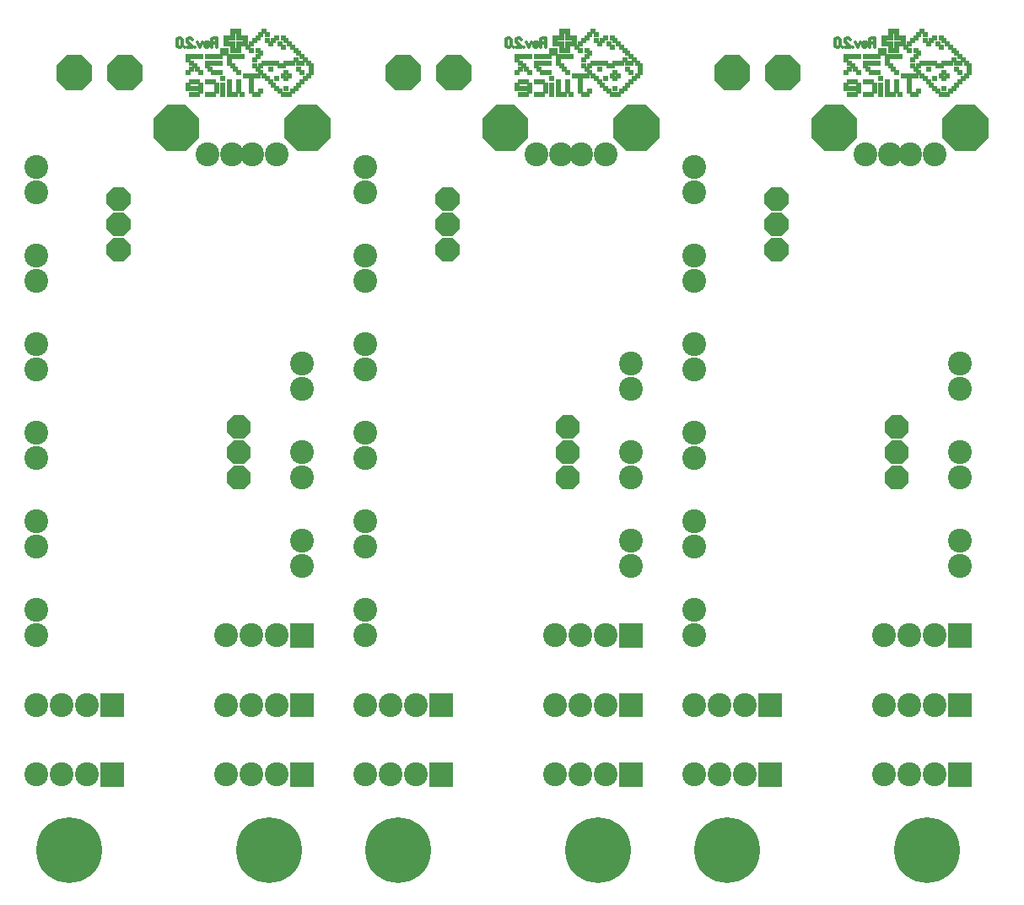
<source format=gbr>
%FSLAX34Y34*%
%MOMM*%
%LNSOLDERMASK_BOTTOM*%
G71*
G01*
%ADD10C, 2.40*%
%ADD11R, 0.47X0.47*%
%ADD12C, 0.31*%
%ADD13C, 6.60*%
%LPD*%
G36*
X145000Y932330D02*
X134470Y921800D01*
X119530Y921800D01*
X109000Y932330D01*
X109000Y947270D01*
X119530Y957800D01*
X134470Y957800D01*
X145000Y947270D01*
X145000Y932330D01*
G37*
G36*
X94200Y932330D02*
X83670Y921800D01*
X68730Y921800D01*
X58200Y932330D01*
X58200Y947270D01*
X68730Y957800D01*
X83670Y957800D01*
X94200Y947270D01*
X94200Y932330D01*
G37*
X38100Y819150D02*
G54D10*
D03*
X38100Y844550D02*
G54D10*
D03*
X38100Y730250D02*
G54D10*
D03*
X38100Y755650D02*
G54D10*
D03*
G36*
X58200Y947270D02*
X68730Y957800D01*
X83670Y957800D01*
X94200Y947270D01*
X94200Y932330D01*
X83670Y921800D01*
X68730Y921800D01*
X58200Y932330D01*
X58200Y947270D01*
G37*
X38100Y844550D02*
G54D10*
D03*
X38100Y755650D02*
G54D10*
D03*
X209550Y857250D02*
G54D10*
D03*
G36*
X125630Y824800D02*
X132650Y817780D01*
X132650Y807820D01*
X125630Y800800D01*
X115670Y800800D01*
X108650Y807820D01*
X108650Y817780D01*
X115670Y824800D01*
X125630Y824800D01*
G37*
G36*
X125630Y799400D02*
X132650Y792380D01*
X132650Y782420D01*
X125630Y775400D01*
X115670Y775400D01*
X108650Y782420D01*
X108650Y792380D01*
X115670Y799400D01*
X125630Y799400D01*
G37*
G36*
X125630Y774000D02*
X132650Y766980D01*
X132650Y757020D01*
X125630Y750000D01*
X115670Y750000D01*
X108650Y757020D01*
X108650Y766980D01*
X115670Y774000D01*
X125630Y774000D01*
G37*
G36*
X125630Y799400D02*
X132650Y792380D01*
X132650Y782420D01*
X125630Y775400D01*
X115670Y775400D01*
X108650Y782420D01*
X108650Y792380D01*
X115670Y799400D01*
X125630Y799400D01*
G37*
X279400Y857250D02*
G54D10*
D03*
X254397Y857250D02*
G54D10*
D03*
X234553Y857250D02*
G54D10*
D03*
X209550Y857250D02*
G54D10*
D03*
G36*
X333158Y874692D02*
X319703Y861237D01*
X300613Y861237D01*
X287158Y874692D01*
X287158Y893782D01*
X300613Y907237D01*
X319703Y907237D01*
X333158Y893782D01*
X333158Y874692D01*
G37*
G36*
X201594Y874692D02*
X188139Y861237D01*
X169049Y861237D01*
X155594Y874692D01*
X155594Y893782D01*
X169049Y907237D01*
X188139Y907237D01*
X201594Y893782D01*
X201594Y874692D01*
G37*
X314325Y939800D02*
G54D11*
D03*
X311150Y936625D02*
G54D11*
D03*
X307975Y933450D02*
G54D11*
D03*
X304800Y930275D02*
G54D11*
D03*
X314325Y946150D02*
G54D11*
D03*
X311150Y949325D02*
G54D11*
D03*
X307975Y952500D02*
G54D11*
D03*
X304800Y955675D02*
G54D11*
D03*
X301625Y958850D02*
G54D11*
D03*
X301625Y927100D02*
G54D11*
D03*
X298450Y923925D02*
G54D11*
D03*
X295275Y920750D02*
G54D11*
D03*
X292100Y917575D02*
G54D11*
D03*
X285750Y917575D02*
G54D11*
D03*
X282575Y920750D02*
G54D11*
D03*
X279400Y923925D02*
G54D11*
D03*
X276225Y927100D02*
G54D11*
D03*
X273050Y930275D02*
G54D11*
D03*
X269875Y933450D02*
G54D11*
D03*
X266700Y936625D02*
G54D11*
D03*
X263525Y939800D02*
G54D11*
D03*
X260350Y942975D02*
G54D11*
D03*
X298450Y962025D02*
G54D11*
D03*
X295275Y965200D02*
G54D11*
D03*
X292100Y968375D02*
G54D11*
D03*
X288925Y971550D02*
G54D11*
D03*
X273050Y968375D02*
G54D11*
D03*
X263525Y958850D02*
G54D11*
D03*
X260350Y962025D02*
G54D11*
D03*
X269875Y971550D02*
G54D11*
D03*
X269875Y977900D02*
G54D11*
D03*
X266700Y981075D02*
G54D11*
D03*
X263525Y977900D02*
G54D11*
D03*
X260350Y974725D02*
G54D11*
D03*
X257175Y971550D02*
G54D11*
D03*
X254000Y968375D02*
G54D11*
D03*
X250825Y965200D02*
G54D11*
D03*
X254000Y962025D02*
G54D11*
D03*
X304800Y949325D02*
G54D11*
D03*
X301625Y949325D02*
G54D11*
D03*
X298450Y952500D02*
G54D11*
D03*
X295275Y949325D02*
G54D11*
D03*
X292100Y949325D02*
G54D11*
D03*
X288925Y949325D02*
G54D11*
D03*
X285750Y946150D02*
G54D11*
D03*
X282575Y946150D02*
G54D11*
D03*
X279400Y949325D02*
G54D11*
D03*
X276225Y949325D02*
G54D11*
D03*
X273050Y949325D02*
G54D11*
D03*
X269875Y949325D02*
G54D11*
D03*
X266700Y949325D02*
G54D11*
D03*
X263525Y946150D02*
G54D11*
D03*
X247650Y974725D02*
G54D11*
D03*
X247650Y971550D02*
G54D11*
D03*
X247650Y968375D02*
G54D11*
D03*
X244475Y968375D02*
G54D11*
D03*
X244475Y974725D02*
G54D11*
D03*
X241300Y974725D02*
G54D11*
D03*
X241300Y977900D02*
G54D11*
D03*
X241300Y981075D02*
G54D11*
D03*
X238125Y981075D02*
G54D11*
D03*
X234950Y981075D02*
G54D11*
D03*
X234950Y977900D02*
G54D11*
D03*
X234950Y974725D02*
G54D11*
D03*
X231775Y974725D02*
G54D11*
D03*
X228600Y974725D02*
G54D11*
D03*
X228600Y971550D02*
G54D11*
D03*
X228600Y968375D02*
G54D11*
D03*
X231775Y968375D02*
G54D11*
D03*
X234950Y968375D02*
G54D11*
D03*
X241300Y968375D02*
G54D11*
D03*
X241300Y965200D02*
G54D11*
D03*
X241300Y962025D02*
G54D11*
D03*
X238125Y962025D02*
G54D11*
D03*
X234950Y962025D02*
G54D11*
D03*
X234950Y965200D02*
G54D11*
D03*
X285750Y974725D02*
G54D11*
D03*
X279400Y974725D02*
G54D11*
D03*
X276225Y971550D02*
G54D11*
D03*
X260350Y955675D02*
G54D11*
D03*
X257175Y952500D02*
G54D11*
D03*
X257175Y946150D02*
G54D11*
D03*
X260350Y936625D02*
G54D11*
D03*
X257175Y936625D02*
G54D11*
D03*
X254000Y936625D02*
G54D11*
D03*
X250825Y936625D02*
G54D11*
D03*
X247650Y936625D02*
G54D11*
D03*
X254000Y933450D02*
G54D11*
D03*
X254000Y930275D02*
G54D11*
D03*
X254000Y927100D02*
G54D11*
D03*
X254000Y923925D02*
G54D11*
D03*
X254000Y920750D02*
G54D11*
D03*
X257175Y917575D02*
G54D11*
D03*
X260350Y917575D02*
G54D11*
D03*
X263525Y920750D02*
G54D11*
D03*
X244475Y917575D02*
G54D11*
D03*
X241300Y920750D02*
G54D11*
D03*
X241300Y923925D02*
G54D11*
D03*
X241300Y927100D02*
G54D11*
D03*
X241300Y930275D02*
G54D11*
D03*
X238125Y917575D02*
G54D11*
D03*
X234950Y917575D02*
G54D11*
D03*
X231775Y917575D02*
G54D11*
D03*
X231775Y920750D02*
G54D11*
D03*
X231775Y923925D02*
G54D11*
D03*
X231775Y927100D02*
G54D11*
D03*
X231775Y930275D02*
G54D11*
D03*
X225425Y933450D02*
G54D11*
D03*
X225425Y927100D02*
G54D11*
D03*
X225425Y923925D02*
G54D11*
D03*
X225425Y920750D02*
G54D11*
D03*
X225425Y917575D02*
G54D11*
D03*
X219075Y920750D02*
G54D11*
D03*
X219075Y923925D02*
G54D11*
D03*
X219075Y927100D02*
G54D11*
D03*
X215900Y930275D02*
G54D11*
D03*
X212725Y930275D02*
G54D11*
D03*
X215900Y917575D02*
G54D11*
D03*
X212725Y917575D02*
G54D11*
D03*
X209550Y917575D02*
G54D11*
D03*
X209550Y930275D02*
G54D11*
D03*
X203200Y920750D02*
G54D11*
D03*
X203200Y923925D02*
G54D11*
D03*
X203200Y927100D02*
G54D11*
D03*
X200025Y930275D02*
G54D11*
D03*
X196850Y930275D02*
G54D11*
D03*
X193675Y930275D02*
G54D11*
D03*
X200025Y917575D02*
G54D11*
D03*
X196850Y917575D02*
G54D11*
D03*
X193675Y917575D02*
G54D11*
D03*
X190500Y927100D02*
G54D11*
D03*
X190500Y923925D02*
G54D11*
D03*
X193675Y923925D02*
G54D11*
D03*
X196850Y923925D02*
G54D11*
D03*
X200025Y923925D02*
G54D11*
D03*
X292100Y936625D02*
G54D11*
D03*
X288925Y933450D02*
G54D11*
D03*
X285750Y936625D02*
G54D11*
D03*
X288925Y939800D02*
G54D11*
D03*
X279400Y933450D02*
G54D11*
D03*
X301625Y942975D02*
G54D11*
D03*
X273050Y942975D02*
G54D11*
D03*
X288925Y923925D02*
G54D11*
D03*
X304800Y939800D02*
G54D11*
D03*
X244475Y955675D02*
G54D11*
D03*
X241300Y955675D02*
G54D11*
D03*
X238125Y955675D02*
G54D11*
D03*
X234950Y955675D02*
G54D11*
D03*
X231775Y955675D02*
G54D11*
D03*
X231775Y952500D02*
G54D11*
D03*
X231775Y949325D02*
G54D11*
D03*
X234950Y946150D02*
G54D11*
D03*
X238125Y942975D02*
G54D11*
D03*
X241300Y939800D02*
G54D11*
D03*
X228600Y962025D02*
G54D11*
D03*
X228600Y958850D02*
G54D11*
D03*
X225425Y958850D02*
G54D11*
D03*
X225425Y962025D02*
G54D11*
D03*
X222250Y955675D02*
G54D11*
D03*
X219075Y955675D02*
G54D11*
D03*
X215900Y955675D02*
G54D11*
D03*
X212725Y955675D02*
G54D11*
D03*
X209550Y955675D02*
G54D11*
D03*
X222250Y949325D02*
G54D11*
D03*
X219075Y949325D02*
G54D11*
D03*
X215900Y949325D02*
G54D11*
D03*
X212725Y949325D02*
G54D11*
D03*
X209550Y949325D02*
G54D11*
D03*
X209550Y946150D02*
G54D11*
D03*
X212725Y942975D02*
G54D11*
D03*
X215900Y939800D02*
G54D11*
D03*
X222250Y939800D02*
G54D11*
D03*
X219075Y939800D02*
G54D11*
D03*
X203200Y955675D02*
G54D11*
D03*
X200025Y955675D02*
G54D11*
D03*
X196850Y955675D02*
G54D11*
D03*
X193675Y955675D02*
G54D11*
D03*
X190500Y955675D02*
G54D11*
D03*
X190500Y952500D02*
G54D11*
D03*
X193675Y949325D02*
G54D11*
D03*
X196850Y946150D02*
G54D11*
D03*
X200025Y942975D02*
G54D11*
D03*
X203200Y939800D02*
G54D11*
D03*
X193675Y942975D02*
G54D11*
D03*
X190500Y939800D02*
G54D11*
D03*
X282575Y968375D02*
G54D11*
D03*
X285750Y965200D02*
G54D11*
D03*
G54D12*
X216408Y969644D02*
X214408Y968533D01*
X213742Y967422D01*
X213742Y965200D01*
G54D12*
X219075Y965200D02*
X219075Y974089D01*
X215742Y974089D01*
X214408Y973533D01*
X213742Y972422D01*
X213742Y971311D01*
X214408Y970200D01*
X215742Y969644D01*
X219075Y969644D01*
G54D12*
X207298Y965756D02*
X208365Y965200D01*
X209698Y965200D01*
X211031Y965756D01*
X211298Y966867D01*
X211298Y968756D01*
X210631Y969867D01*
X209298Y970200D01*
X207965Y969867D01*
X207298Y969089D01*
X207298Y967978D01*
X211298Y967978D01*
G54D12*
X204854Y970200D02*
X202187Y965200D01*
X199521Y970200D01*
G54D12*
X197077Y965200D02*
X197077Y965200D01*
G54D12*
X189300Y965200D02*
X194633Y965200D01*
X194633Y965756D01*
X193966Y966867D01*
X189966Y970200D01*
X189300Y971311D01*
X189300Y972422D01*
X189966Y973533D01*
X191300Y974089D01*
X192633Y974089D01*
X193966Y973533D01*
X194633Y972422D01*
G54D12*
X186856Y965200D02*
X186856Y965200D01*
G54D12*
X179079Y972422D02*
X179079Y966867D01*
X179745Y965756D01*
X181079Y965200D01*
X182412Y965200D01*
X183745Y965756D01*
X184412Y966867D01*
X184412Y972422D01*
X183745Y973533D01*
X182412Y974089D01*
X181079Y974089D01*
X179745Y973533D01*
X179079Y972422D01*
X228600Y374650D02*
G54D10*
D03*
X254000Y374650D02*
G54D10*
D03*
X279400Y374650D02*
G54D10*
D03*
X304800Y374650D02*
G54D10*
D03*
X228600Y304800D02*
G54D10*
D03*
X254000Y304800D02*
G54D10*
D03*
X279400Y304800D02*
G54D10*
D03*
X304800Y304800D02*
G54D10*
D03*
X38100Y304800D02*
G54D10*
D03*
X63500Y304800D02*
G54D10*
D03*
X88900Y304800D02*
G54D10*
D03*
X114300Y304800D02*
G54D10*
D03*
X38100Y234950D02*
G54D10*
D03*
X63500Y234950D02*
G54D10*
D03*
X88900Y234950D02*
G54D10*
D03*
X114300Y234950D02*
G54D10*
D03*
X228600Y234950D02*
G54D10*
D03*
X254000Y234950D02*
G54D10*
D03*
X279400Y234950D02*
G54D10*
D03*
X304800Y234950D02*
G54D10*
D03*
X38100Y641350D02*
G54D10*
D03*
X38100Y666750D02*
G54D10*
D03*
X38100Y666750D02*
G54D10*
D03*
X288925Y917575D02*
G54D11*
D03*
X314325Y942975D02*
G54D11*
D03*
G36*
X292800Y246950D02*
X316800Y246950D01*
X316800Y222950D01*
X292800Y222950D01*
X292800Y246950D01*
G37*
G36*
X102300Y316800D02*
X126300Y316800D01*
X126300Y292800D01*
X102300Y292800D01*
X102300Y316800D01*
G37*
G36*
X102300Y246950D02*
X126300Y246950D01*
X126300Y222950D01*
X102300Y222950D01*
X102300Y246950D01*
G37*
G36*
X292800Y316800D02*
X316800Y316800D01*
X316800Y292800D01*
X292800Y292800D01*
X292800Y316800D01*
G37*
G36*
X292800Y386650D02*
X316800Y386650D01*
X316800Y362650D01*
X292800Y362650D01*
X292800Y386650D01*
G37*
G36*
X236320Y521400D02*
X229300Y528420D01*
X229300Y538380D01*
X236320Y545400D01*
X246280Y545400D01*
X253300Y538380D01*
X253300Y528420D01*
X246280Y521400D01*
X236320Y521400D01*
G37*
G36*
X236320Y546800D02*
X229300Y553820D01*
X229300Y563780D01*
X236320Y570800D01*
X246280Y570800D01*
X253300Y563780D01*
X253300Y553820D01*
X246280Y546800D01*
X236320Y546800D01*
G37*
G36*
X236320Y572200D02*
X229300Y579220D01*
X229300Y589180D01*
X236320Y596200D01*
X246280Y596200D01*
X253300Y589180D01*
X253300Y579220D01*
X246280Y572200D01*
X236320Y572200D01*
G37*
G36*
X236320Y546800D02*
X229300Y553820D01*
X229300Y563780D01*
X236320Y570800D01*
X246280Y570800D01*
X253300Y563780D01*
X253300Y553820D01*
X246280Y546800D01*
X236320Y546800D01*
G37*
X304800Y647700D02*
G54D10*
D03*
X304800Y622300D02*
G54D10*
D03*
X304800Y558800D02*
G54D10*
D03*
X304800Y533400D02*
G54D10*
D03*
X38100Y552450D02*
G54D10*
D03*
X38100Y577850D02*
G54D10*
D03*
X38100Y463550D02*
G54D10*
D03*
X38100Y488950D02*
G54D10*
D03*
X38100Y374650D02*
G54D10*
D03*
X38100Y400050D02*
G54D10*
D03*
X38100Y400050D02*
G54D10*
D03*
X304800Y469900D02*
G54D10*
D03*
X304800Y444500D02*
G54D10*
D03*
X304800Y444500D02*
G54D10*
D03*
X71438Y158750D02*
G54D13*
D03*
X271462Y158750D02*
G54D13*
D03*
G36*
X475200Y932330D02*
X464670Y921800D01*
X449730Y921800D01*
X439200Y932330D01*
X439200Y947270D01*
X449730Y957800D01*
X464670Y957800D01*
X475200Y947270D01*
X475200Y932330D01*
G37*
G36*
X424400Y932330D02*
X413870Y921800D01*
X398930Y921800D01*
X388400Y932330D01*
X388400Y947270D01*
X398930Y957800D01*
X413870Y957800D01*
X424400Y947270D01*
X424400Y932330D01*
G37*
X368300Y819150D02*
G54D10*
D03*
X368300Y844550D02*
G54D10*
D03*
X368300Y730250D02*
G54D10*
D03*
X368300Y755650D02*
G54D10*
D03*
G36*
X388400Y947270D02*
X398930Y957800D01*
X413870Y957800D01*
X424400Y947270D01*
X424400Y932330D01*
X413870Y921800D01*
X398930Y921800D01*
X388400Y932330D01*
X388400Y947270D01*
G37*
X368300Y844550D02*
G54D10*
D03*
X368300Y755650D02*
G54D10*
D03*
X539750Y857250D02*
G54D10*
D03*
G36*
X455830Y824800D02*
X462850Y817780D01*
X462850Y807820D01*
X455830Y800800D01*
X445870Y800800D01*
X438850Y807820D01*
X438850Y817780D01*
X445870Y824800D01*
X455830Y824800D01*
G37*
G36*
X455830Y799400D02*
X462850Y792380D01*
X462850Y782420D01*
X455830Y775400D01*
X445870Y775400D01*
X438850Y782420D01*
X438850Y792380D01*
X445870Y799400D01*
X455830Y799400D01*
G37*
G36*
X455830Y774000D02*
X462850Y766980D01*
X462850Y757020D01*
X455830Y750000D01*
X445870Y750000D01*
X438850Y757020D01*
X438850Y766980D01*
X445870Y774000D01*
X455830Y774000D01*
G37*
G36*
X455830Y799400D02*
X462850Y792380D01*
X462850Y782420D01*
X455830Y775400D01*
X445870Y775400D01*
X438850Y782420D01*
X438850Y792380D01*
X445870Y799400D01*
X455830Y799400D01*
G37*
X609600Y857250D02*
G54D10*
D03*
X584597Y857250D02*
G54D10*
D03*
X564753Y857250D02*
G54D10*
D03*
X539750Y857250D02*
G54D10*
D03*
G36*
X663358Y874692D02*
X649903Y861237D01*
X630813Y861237D01*
X617358Y874692D01*
X617358Y893782D01*
X630813Y907237D01*
X649903Y907237D01*
X663358Y893782D01*
X663358Y874692D01*
G37*
G36*
X531794Y874692D02*
X518339Y861237D01*
X499249Y861237D01*
X485794Y874692D01*
X485794Y893782D01*
X499249Y907237D01*
X518339Y907237D01*
X531794Y893782D01*
X531794Y874692D01*
G37*
X644525Y939800D02*
G54D11*
D03*
X641350Y936625D02*
G54D11*
D03*
X638175Y933450D02*
G54D11*
D03*
X635000Y930275D02*
G54D11*
D03*
X644525Y946150D02*
G54D11*
D03*
X641350Y949325D02*
G54D11*
D03*
X638175Y952500D02*
G54D11*
D03*
X635000Y955675D02*
G54D11*
D03*
X631825Y958850D02*
G54D11*
D03*
X631825Y927100D02*
G54D11*
D03*
X628650Y923925D02*
G54D11*
D03*
X625475Y920750D02*
G54D11*
D03*
X622300Y917575D02*
G54D11*
D03*
X615950Y917575D02*
G54D11*
D03*
X612775Y920750D02*
G54D11*
D03*
X609600Y923925D02*
G54D11*
D03*
X606425Y927100D02*
G54D11*
D03*
X603250Y930275D02*
G54D11*
D03*
X600075Y933450D02*
G54D11*
D03*
X596900Y936625D02*
G54D11*
D03*
X593725Y939800D02*
G54D11*
D03*
X590550Y942975D02*
G54D11*
D03*
X628650Y962025D02*
G54D11*
D03*
X625475Y965200D02*
G54D11*
D03*
X622300Y968375D02*
G54D11*
D03*
X619125Y971550D02*
G54D11*
D03*
X603250Y968375D02*
G54D11*
D03*
X593725Y958850D02*
G54D11*
D03*
X590550Y962025D02*
G54D11*
D03*
X600075Y971550D02*
G54D11*
D03*
X600075Y977900D02*
G54D11*
D03*
X596900Y981075D02*
G54D11*
D03*
X593725Y977900D02*
G54D11*
D03*
X590550Y974725D02*
G54D11*
D03*
X587375Y971550D02*
G54D11*
D03*
X584200Y968375D02*
G54D11*
D03*
X581025Y965200D02*
G54D11*
D03*
X584200Y962025D02*
G54D11*
D03*
X635000Y949325D02*
G54D11*
D03*
X631825Y949325D02*
G54D11*
D03*
X628650Y952500D02*
G54D11*
D03*
X625475Y949325D02*
G54D11*
D03*
X622300Y949325D02*
G54D11*
D03*
X619125Y949325D02*
G54D11*
D03*
X615950Y946150D02*
G54D11*
D03*
X612775Y946150D02*
G54D11*
D03*
X609600Y949325D02*
G54D11*
D03*
X606425Y949325D02*
G54D11*
D03*
X603250Y949325D02*
G54D11*
D03*
X600075Y949325D02*
G54D11*
D03*
X596900Y949325D02*
G54D11*
D03*
X593725Y946150D02*
G54D11*
D03*
X577850Y974725D02*
G54D11*
D03*
X577850Y971550D02*
G54D11*
D03*
X577850Y968375D02*
G54D11*
D03*
X574675Y968375D02*
G54D11*
D03*
X574675Y974725D02*
G54D11*
D03*
X571500Y974725D02*
G54D11*
D03*
X571500Y977900D02*
G54D11*
D03*
X571500Y981075D02*
G54D11*
D03*
X568325Y981075D02*
G54D11*
D03*
X565150Y981075D02*
G54D11*
D03*
X565150Y977900D02*
G54D11*
D03*
X565150Y974725D02*
G54D11*
D03*
X561975Y974725D02*
G54D11*
D03*
X558800Y974725D02*
G54D11*
D03*
X558800Y971550D02*
G54D11*
D03*
X558800Y968375D02*
G54D11*
D03*
X561975Y968375D02*
G54D11*
D03*
X565150Y968375D02*
G54D11*
D03*
X571500Y968375D02*
G54D11*
D03*
X571500Y965200D02*
G54D11*
D03*
X571500Y962025D02*
G54D11*
D03*
X568325Y962025D02*
G54D11*
D03*
X565150Y962025D02*
G54D11*
D03*
X565150Y965200D02*
G54D11*
D03*
X615950Y974725D02*
G54D11*
D03*
X609600Y974725D02*
G54D11*
D03*
X606425Y971550D02*
G54D11*
D03*
X590550Y955675D02*
G54D11*
D03*
X587375Y952500D02*
G54D11*
D03*
X587375Y946150D02*
G54D11*
D03*
X590550Y936625D02*
G54D11*
D03*
X587375Y936625D02*
G54D11*
D03*
X584200Y936625D02*
G54D11*
D03*
X581025Y936625D02*
G54D11*
D03*
X577850Y936625D02*
G54D11*
D03*
X584200Y933450D02*
G54D11*
D03*
X584200Y930275D02*
G54D11*
D03*
X584200Y927100D02*
G54D11*
D03*
X584200Y923925D02*
G54D11*
D03*
X584200Y920750D02*
G54D11*
D03*
X587375Y917575D02*
G54D11*
D03*
X590550Y917575D02*
G54D11*
D03*
X593725Y920750D02*
G54D11*
D03*
X574675Y917575D02*
G54D11*
D03*
X571500Y920750D02*
G54D11*
D03*
X571500Y923925D02*
G54D11*
D03*
X571500Y927100D02*
G54D11*
D03*
X571500Y930275D02*
G54D11*
D03*
X568325Y917575D02*
G54D11*
D03*
X565150Y917575D02*
G54D11*
D03*
X561975Y917575D02*
G54D11*
D03*
X561975Y920750D02*
G54D11*
D03*
X561975Y923925D02*
G54D11*
D03*
X561975Y927100D02*
G54D11*
D03*
X561975Y930275D02*
G54D11*
D03*
X555625Y933450D02*
G54D11*
D03*
X555625Y927100D02*
G54D11*
D03*
X555625Y923925D02*
G54D11*
D03*
X555625Y920750D02*
G54D11*
D03*
X555625Y917575D02*
G54D11*
D03*
X549275Y920750D02*
G54D11*
D03*
X549275Y923925D02*
G54D11*
D03*
X549275Y927100D02*
G54D11*
D03*
X546100Y930275D02*
G54D11*
D03*
X542925Y930275D02*
G54D11*
D03*
X546100Y917575D02*
G54D11*
D03*
X542925Y917575D02*
G54D11*
D03*
X539750Y917575D02*
G54D11*
D03*
X539750Y930275D02*
G54D11*
D03*
X533400Y920750D02*
G54D11*
D03*
X533400Y923925D02*
G54D11*
D03*
X533400Y927100D02*
G54D11*
D03*
X530225Y930275D02*
G54D11*
D03*
X527050Y930275D02*
G54D11*
D03*
X523875Y930275D02*
G54D11*
D03*
X530225Y917575D02*
G54D11*
D03*
X527050Y917575D02*
G54D11*
D03*
X523875Y917575D02*
G54D11*
D03*
X520700Y927100D02*
G54D11*
D03*
X520700Y923925D02*
G54D11*
D03*
X523875Y923925D02*
G54D11*
D03*
X527050Y923925D02*
G54D11*
D03*
X530225Y923925D02*
G54D11*
D03*
X622300Y936625D02*
G54D11*
D03*
X619125Y933450D02*
G54D11*
D03*
X615950Y936625D02*
G54D11*
D03*
X619125Y939800D02*
G54D11*
D03*
X609600Y933450D02*
G54D11*
D03*
X631825Y942975D02*
G54D11*
D03*
X603250Y942975D02*
G54D11*
D03*
X619125Y923925D02*
G54D11*
D03*
X635000Y939800D02*
G54D11*
D03*
X574675Y955675D02*
G54D11*
D03*
X571500Y955675D02*
G54D11*
D03*
X568325Y955675D02*
G54D11*
D03*
X565150Y955675D02*
G54D11*
D03*
X561975Y955675D02*
G54D11*
D03*
X561975Y952500D02*
G54D11*
D03*
X561975Y949325D02*
G54D11*
D03*
X565150Y946150D02*
G54D11*
D03*
X568325Y942975D02*
G54D11*
D03*
X571500Y939800D02*
G54D11*
D03*
X558800Y962025D02*
G54D11*
D03*
X558800Y958850D02*
G54D11*
D03*
X555625Y958850D02*
G54D11*
D03*
X555625Y962025D02*
G54D11*
D03*
X552450Y955675D02*
G54D11*
D03*
X549275Y955675D02*
G54D11*
D03*
X546100Y955675D02*
G54D11*
D03*
X542925Y955675D02*
G54D11*
D03*
X539750Y955675D02*
G54D11*
D03*
X552450Y949325D02*
G54D11*
D03*
X549275Y949325D02*
G54D11*
D03*
X546100Y949325D02*
G54D11*
D03*
X542925Y949325D02*
G54D11*
D03*
X539750Y949325D02*
G54D11*
D03*
X539750Y946150D02*
G54D11*
D03*
X542925Y942975D02*
G54D11*
D03*
X546100Y939800D02*
G54D11*
D03*
X552450Y939800D02*
G54D11*
D03*
X549275Y939800D02*
G54D11*
D03*
X533400Y955675D02*
G54D11*
D03*
X530225Y955675D02*
G54D11*
D03*
X527050Y955675D02*
G54D11*
D03*
X523875Y955675D02*
G54D11*
D03*
X520700Y955675D02*
G54D11*
D03*
X520700Y952500D02*
G54D11*
D03*
X523875Y949325D02*
G54D11*
D03*
X527050Y946150D02*
G54D11*
D03*
X530225Y942975D02*
G54D11*
D03*
X533400Y939800D02*
G54D11*
D03*
X523875Y942975D02*
G54D11*
D03*
X520700Y939800D02*
G54D11*
D03*
X612775Y968375D02*
G54D11*
D03*
X615950Y965200D02*
G54D11*
D03*
G54D12*
X546608Y969644D02*
X544608Y968533D01*
X543942Y967422D01*
X543942Y965200D01*
G54D12*
X549275Y965200D02*
X549275Y974089D01*
X545942Y974089D01*
X544608Y973533D01*
X543942Y972422D01*
X543942Y971311D01*
X544608Y970200D01*
X545942Y969644D01*
X549275Y969644D01*
G54D12*
X537498Y965756D02*
X538565Y965200D01*
X539898Y965200D01*
X541231Y965756D01*
X541498Y966867D01*
X541498Y968756D01*
X540831Y969867D01*
X539498Y970200D01*
X538165Y969867D01*
X537498Y969089D01*
X537498Y967978D01*
X541498Y967978D01*
G54D12*
X535054Y970200D02*
X532387Y965200D01*
X529721Y970200D01*
G54D12*
X527277Y965200D02*
X527277Y965200D01*
G54D12*
X519500Y965200D02*
X524833Y965200D01*
X524833Y965756D01*
X524166Y966867D01*
X520166Y970200D01*
X519500Y971311D01*
X519500Y972422D01*
X520166Y973533D01*
X521500Y974089D01*
X522833Y974089D01*
X524166Y973533D01*
X524833Y972422D01*
G54D12*
X517056Y965200D02*
X517056Y965200D01*
G54D12*
X509279Y972422D02*
X509279Y966867D01*
X509945Y965756D01*
X511279Y965200D01*
X512612Y965200D01*
X513945Y965756D01*
X514612Y966867D01*
X514612Y972422D01*
X513945Y973533D01*
X512612Y974089D01*
X511279Y974089D01*
X509945Y973533D01*
X509279Y972422D01*
X558800Y374650D02*
G54D10*
D03*
X584200Y374650D02*
G54D10*
D03*
X609600Y374650D02*
G54D10*
D03*
X635000Y374650D02*
G54D10*
D03*
X558800Y304800D02*
G54D10*
D03*
X584200Y304800D02*
G54D10*
D03*
X609600Y304800D02*
G54D10*
D03*
X635000Y304800D02*
G54D10*
D03*
X368300Y304800D02*
G54D10*
D03*
X393700Y304800D02*
G54D10*
D03*
X419100Y304800D02*
G54D10*
D03*
X444500Y304800D02*
G54D10*
D03*
X368300Y234950D02*
G54D10*
D03*
X393700Y234950D02*
G54D10*
D03*
X419100Y234950D02*
G54D10*
D03*
X444500Y234950D02*
G54D10*
D03*
X558800Y234950D02*
G54D10*
D03*
X584200Y234950D02*
G54D10*
D03*
X609600Y234950D02*
G54D10*
D03*
X635000Y234950D02*
G54D10*
D03*
X368300Y641350D02*
G54D10*
D03*
X368300Y666750D02*
G54D10*
D03*
X368300Y666750D02*
G54D10*
D03*
X619125Y917575D02*
G54D11*
D03*
X644525Y942975D02*
G54D11*
D03*
G36*
X623000Y246950D02*
X647000Y246950D01*
X647000Y222950D01*
X623000Y222950D01*
X623000Y246950D01*
G37*
G36*
X432500Y316800D02*
X456500Y316800D01*
X456500Y292800D01*
X432500Y292800D01*
X432500Y316800D01*
G37*
G36*
X432500Y246950D02*
X456500Y246950D01*
X456500Y222950D01*
X432500Y222950D01*
X432500Y246950D01*
G37*
G36*
X623000Y316800D02*
X647000Y316800D01*
X647000Y292800D01*
X623000Y292800D01*
X623000Y316800D01*
G37*
G36*
X623000Y386650D02*
X647000Y386650D01*
X647000Y362650D01*
X623000Y362650D01*
X623000Y386650D01*
G37*
G36*
X566520Y521400D02*
X559500Y528420D01*
X559500Y538380D01*
X566520Y545400D01*
X576480Y545400D01*
X583500Y538380D01*
X583500Y528420D01*
X576480Y521400D01*
X566520Y521400D01*
G37*
G36*
X566520Y546800D02*
X559500Y553820D01*
X559500Y563780D01*
X566520Y570800D01*
X576480Y570800D01*
X583500Y563780D01*
X583500Y553820D01*
X576480Y546800D01*
X566520Y546800D01*
G37*
G36*
X566520Y572200D02*
X559500Y579220D01*
X559500Y589180D01*
X566520Y596200D01*
X576480Y596200D01*
X583500Y589180D01*
X583500Y579220D01*
X576480Y572200D01*
X566520Y572200D01*
G37*
G36*
X566520Y546800D02*
X559500Y553820D01*
X559500Y563780D01*
X566520Y570800D01*
X576480Y570800D01*
X583500Y563780D01*
X583500Y553820D01*
X576480Y546800D01*
X566520Y546800D01*
G37*
X635000Y647700D02*
G54D10*
D03*
X635000Y622300D02*
G54D10*
D03*
X635000Y558800D02*
G54D10*
D03*
X635000Y533400D02*
G54D10*
D03*
X368300Y552450D02*
G54D10*
D03*
X368300Y577850D02*
G54D10*
D03*
X368300Y463550D02*
G54D10*
D03*
X368300Y488950D02*
G54D10*
D03*
X368300Y374650D02*
G54D10*
D03*
X368300Y400050D02*
G54D10*
D03*
X368300Y400050D02*
G54D10*
D03*
X635000Y469900D02*
G54D10*
D03*
X635000Y444500D02*
G54D10*
D03*
X635000Y444500D02*
G54D10*
D03*
X401638Y158750D02*
G54D13*
D03*
X601662Y158750D02*
G54D13*
D03*
G36*
X805400Y932330D02*
X794870Y921800D01*
X779930Y921800D01*
X769400Y932330D01*
X769400Y947270D01*
X779930Y957800D01*
X794870Y957800D01*
X805400Y947270D01*
X805400Y932330D01*
G37*
G36*
X754600Y932330D02*
X744070Y921800D01*
X729130Y921800D01*
X718600Y932330D01*
X718600Y947270D01*
X729130Y957800D01*
X744070Y957800D01*
X754600Y947270D01*
X754600Y932330D01*
G37*
X698500Y819150D02*
G54D10*
D03*
X698500Y844550D02*
G54D10*
D03*
X698500Y730250D02*
G54D10*
D03*
X698500Y755650D02*
G54D10*
D03*
G36*
X718600Y947270D02*
X729130Y957800D01*
X744070Y957800D01*
X754600Y947270D01*
X754600Y932330D01*
X744070Y921800D01*
X729130Y921800D01*
X718600Y932330D01*
X718600Y947270D01*
G37*
X698500Y844550D02*
G54D10*
D03*
X698500Y755650D02*
G54D10*
D03*
X869950Y857250D02*
G54D10*
D03*
G36*
X786030Y824800D02*
X793050Y817780D01*
X793050Y807820D01*
X786030Y800800D01*
X776070Y800800D01*
X769050Y807820D01*
X769050Y817780D01*
X776070Y824800D01*
X786030Y824800D01*
G37*
G36*
X786030Y799400D02*
X793050Y792380D01*
X793050Y782420D01*
X786030Y775400D01*
X776070Y775400D01*
X769050Y782420D01*
X769050Y792380D01*
X776070Y799400D01*
X786030Y799400D01*
G37*
G36*
X786030Y774000D02*
X793050Y766980D01*
X793050Y757020D01*
X786030Y750000D01*
X776070Y750000D01*
X769050Y757020D01*
X769050Y766980D01*
X776070Y774000D01*
X786030Y774000D01*
G37*
G36*
X786030Y799400D02*
X793050Y792380D01*
X793050Y782420D01*
X786030Y775400D01*
X776070Y775400D01*
X769050Y782420D01*
X769050Y792380D01*
X776070Y799400D01*
X786030Y799400D01*
G37*
X939800Y857250D02*
G54D10*
D03*
X914797Y857250D02*
G54D10*
D03*
X894953Y857250D02*
G54D10*
D03*
X869950Y857250D02*
G54D10*
D03*
G36*
X993558Y874692D02*
X980103Y861237D01*
X961013Y861237D01*
X947558Y874692D01*
X947558Y893782D01*
X961013Y907237D01*
X980103Y907237D01*
X993558Y893782D01*
X993558Y874692D01*
G37*
G36*
X861994Y874692D02*
X848539Y861237D01*
X829449Y861237D01*
X815994Y874692D01*
X815994Y893782D01*
X829449Y907237D01*
X848539Y907237D01*
X861994Y893782D01*
X861994Y874692D01*
G37*
X974725Y939800D02*
G54D11*
D03*
X971550Y936625D02*
G54D11*
D03*
X968375Y933450D02*
G54D11*
D03*
X965200Y930275D02*
G54D11*
D03*
X974725Y946150D02*
G54D11*
D03*
X971550Y949325D02*
G54D11*
D03*
X968375Y952500D02*
G54D11*
D03*
X965200Y955675D02*
G54D11*
D03*
X962025Y958850D02*
G54D11*
D03*
X962025Y927100D02*
G54D11*
D03*
X958850Y923925D02*
G54D11*
D03*
X955675Y920750D02*
G54D11*
D03*
X952500Y917575D02*
G54D11*
D03*
X946150Y917575D02*
G54D11*
D03*
X942975Y920750D02*
G54D11*
D03*
X939800Y923925D02*
G54D11*
D03*
X936625Y927100D02*
G54D11*
D03*
X933450Y930275D02*
G54D11*
D03*
X930275Y933450D02*
G54D11*
D03*
X927100Y936625D02*
G54D11*
D03*
X923925Y939800D02*
G54D11*
D03*
X920750Y942975D02*
G54D11*
D03*
X958850Y962025D02*
G54D11*
D03*
X955675Y965200D02*
G54D11*
D03*
X952500Y968375D02*
G54D11*
D03*
X949325Y971550D02*
G54D11*
D03*
X933450Y968375D02*
G54D11*
D03*
X923925Y958850D02*
G54D11*
D03*
X920750Y962025D02*
G54D11*
D03*
X930275Y971550D02*
G54D11*
D03*
X930275Y977900D02*
G54D11*
D03*
X927100Y981075D02*
G54D11*
D03*
X923925Y977900D02*
G54D11*
D03*
X920750Y974725D02*
G54D11*
D03*
X917575Y971550D02*
G54D11*
D03*
X914400Y968375D02*
G54D11*
D03*
X911225Y965200D02*
G54D11*
D03*
X914400Y962025D02*
G54D11*
D03*
X965200Y949325D02*
G54D11*
D03*
X962025Y949325D02*
G54D11*
D03*
X958850Y952500D02*
G54D11*
D03*
X955675Y949325D02*
G54D11*
D03*
X952500Y949325D02*
G54D11*
D03*
X949325Y949325D02*
G54D11*
D03*
X946150Y946150D02*
G54D11*
D03*
X942975Y946150D02*
G54D11*
D03*
X939800Y949325D02*
G54D11*
D03*
X936625Y949325D02*
G54D11*
D03*
X933450Y949325D02*
G54D11*
D03*
X930275Y949325D02*
G54D11*
D03*
X927100Y949325D02*
G54D11*
D03*
X923925Y946150D02*
G54D11*
D03*
X908050Y974725D02*
G54D11*
D03*
X908050Y971550D02*
G54D11*
D03*
X908050Y968375D02*
G54D11*
D03*
X904875Y968375D02*
G54D11*
D03*
X904875Y974725D02*
G54D11*
D03*
X901700Y974725D02*
G54D11*
D03*
X901700Y977900D02*
G54D11*
D03*
X901700Y981075D02*
G54D11*
D03*
X898525Y981075D02*
G54D11*
D03*
X895350Y981075D02*
G54D11*
D03*
X895350Y977900D02*
G54D11*
D03*
X895350Y974725D02*
G54D11*
D03*
X892175Y974725D02*
G54D11*
D03*
X889000Y974725D02*
G54D11*
D03*
X889000Y971550D02*
G54D11*
D03*
X889000Y968375D02*
G54D11*
D03*
X892175Y968375D02*
G54D11*
D03*
X895350Y968375D02*
G54D11*
D03*
X901700Y968375D02*
G54D11*
D03*
X901700Y965200D02*
G54D11*
D03*
X901700Y962025D02*
G54D11*
D03*
X898525Y962025D02*
G54D11*
D03*
X895350Y962025D02*
G54D11*
D03*
X895350Y965200D02*
G54D11*
D03*
X946150Y974725D02*
G54D11*
D03*
X939800Y974725D02*
G54D11*
D03*
X936625Y971550D02*
G54D11*
D03*
X920750Y955675D02*
G54D11*
D03*
X917575Y952500D02*
G54D11*
D03*
X917575Y946150D02*
G54D11*
D03*
X920750Y936625D02*
G54D11*
D03*
X917575Y936625D02*
G54D11*
D03*
X914400Y936625D02*
G54D11*
D03*
X911225Y936625D02*
G54D11*
D03*
X908050Y936625D02*
G54D11*
D03*
X914400Y933450D02*
G54D11*
D03*
X914400Y930275D02*
G54D11*
D03*
X914400Y927100D02*
G54D11*
D03*
X914400Y923925D02*
G54D11*
D03*
X914400Y920750D02*
G54D11*
D03*
X917575Y917575D02*
G54D11*
D03*
X920750Y917575D02*
G54D11*
D03*
X923925Y920750D02*
G54D11*
D03*
X904875Y917575D02*
G54D11*
D03*
X901700Y920750D02*
G54D11*
D03*
X901700Y923925D02*
G54D11*
D03*
X901700Y927100D02*
G54D11*
D03*
X901700Y930275D02*
G54D11*
D03*
X898525Y917575D02*
G54D11*
D03*
X895350Y917575D02*
G54D11*
D03*
X892175Y917575D02*
G54D11*
D03*
X892175Y920750D02*
G54D11*
D03*
X892175Y923925D02*
G54D11*
D03*
X892175Y927100D02*
G54D11*
D03*
X892175Y930275D02*
G54D11*
D03*
X885825Y933450D02*
G54D11*
D03*
X885825Y927100D02*
G54D11*
D03*
X885825Y923925D02*
G54D11*
D03*
X885825Y920750D02*
G54D11*
D03*
X885825Y917575D02*
G54D11*
D03*
X879475Y920750D02*
G54D11*
D03*
X879475Y923925D02*
G54D11*
D03*
X879475Y927100D02*
G54D11*
D03*
X876300Y930275D02*
G54D11*
D03*
X873125Y930275D02*
G54D11*
D03*
X876300Y917575D02*
G54D11*
D03*
X873125Y917575D02*
G54D11*
D03*
X869950Y917575D02*
G54D11*
D03*
X869950Y930275D02*
G54D11*
D03*
X863600Y920750D02*
G54D11*
D03*
X863600Y923925D02*
G54D11*
D03*
X863600Y927100D02*
G54D11*
D03*
X860425Y930275D02*
G54D11*
D03*
X857250Y930275D02*
G54D11*
D03*
X854075Y930275D02*
G54D11*
D03*
X860425Y917575D02*
G54D11*
D03*
X857250Y917575D02*
G54D11*
D03*
X854075Y917575D02*
G54D11*
D03*
X850900Y927100D02*
G54D11*
D03*
X850900Y923925D02*
G54D11*
D03*
X854075Y923925D02*
G54D11*
D03*
X857250Y923925D02*
G54D11*
D03*
X860425Y923925D02*
G54D11*
D03*
X952500Y936625D02*
G54D11*
D03*
X949325Y933450D02*
G54D11*
D03*
X946150Y936625D02*
G54D11*
D03*
X949325Y939800D02*
G54D11*
D03*
X939800Y933450D02*
G54D11*
D03*
X962025Y942975D02*
G54D11*
D03*
X933450Y942975D02*
G54D11*
D03*
X949325Y923925D02*
G54D11*
D03*
X965200Y939800D02*
G54D11*
D03*
X904875Y955675D02*
G54D11*
D03*
X901700Y955675D02*
G54D11*
D03*
X898525Y955675D02*
G54D11*
D03*
X895350Y955675D02*
G54D11*
D03*
X892175Y955675D02*
G54D11*
D03*
X892175Y952500D02*
G54D11*
D03*
X892175Y949325D02*
G54D11*
D03*
X895350Y946150D02*
G54D11*
D03*
X898525Y942975D02*
G54D11*
D03*
X901700Y939800D02*
G54D11*
D03*
X889000Y962025D02*
G54D11*
D03*
X889000Y958850D02*
G54D11*
D03*
X885825Y958850D02*
G54D11*
D03*
X885825Y962025D02*
G54D11*
D03*
X882650Y955675D02*
G54D11*
D03*
X879475Y955675D02*
G54D11*
D03*
X876300Y955675D02*
G54D11*
D03*
X873125Y955675D02*
G54D11*
D03*
X869950Y955675D02*
G54D11*
D03*
X882650Y949325D02*
G54D11*
D03*
X879475Y949325D02*
G54D11*
D03*
X876300Y949325D02*
G54D11*
D03*
X873125Y949325D02*
G54D11*
D03*
X869950Y949325D02*
G54D11*
D03*
X869950Y946150D02*
G54D11*
D03*
X873125Y942975D02*
G54D11*
D03*
X876300Y939800D02*
G54D11*
D03*
X882650Y939800D02*
G54D11*
D03*
X879475Y939800D02*
G54D11*
D03*
X863600Y955675D02*
G54D11*
D03*
X860425Y955675D02*
G54D11*
D03*
X857250Y955675D02*
G54D11*
D03*
X854075Y955675D02*
G54D11*
D03*
X850900Y955675D02*
G54D11*
D03*
X850900Y952500D02*
G54D11*
D03*
X854075Y949325D02*
G54D11*
D03*
X857250Y946150D02*
G54D11*
D03*
X860425Y942975D02*
G54D11*
D03*
X863600Y939800D02*
G54D11*
D03*
X854075Y942975D02*
G54D11*
D03*
X850900Y939800D02*
G54D11*
D03*
X942975Y968375D02*
G54D11*
D03*
X946150Y965200D02*
G54D11*
D03*
G54D12*
X876808Y969644D02*
X874808Y968533D01*
X874142Y967422D01*
X874142Y965200D01*
G54D12*
X879475Y965200D02*
X879475Y974089D01*
X876142Y974089D01*
X874808Y973533D01*
X874142Y972422D01*
X874142Y971311D01*
X874808Y970200D01*
X876142Y969644D01*
X879475Y969644D01*
G54D12*
X867698Y965756D02*
X868765Y965200D01*
X870098Y965200D01*
X871431Y965756D01*
X871698Y966867D01*
X871698Y968756D01*
X871031Y969867D01*
X869698Y970200D01*
X868365Y969867D01*
X867698Y969089D01*
X867698Y967978D01*
X871698Y967978D01*
G54D12*
X865254Y970200D02*
X862587Y965200D01*
X859921Y970200D01*
G54D12*
X857477Y965200D02*
X857477Y965200D01*
G54D12*
X849700Y965200D02*
X855033Y965200D01*
X855033Y965756D01*
X854366Y966867D01*
X850366Y970200D01*
X849700Y971311D01*
X849700Y972422D01*
X850366Y973533D01*
X851700Y974089D01*
X853033Y974089D01*
X854366Y973533D01*
X855033Y972422D01*
G54D12*
X847256Y965200D02*
X847256Y965200D01*
G54D12*
X839479Y972422D02*
X839479Y966867D01*
X840145Y965756D01*
X841479Y965200D01*
X842812Y965200D01*
X844145Y965756D01*
X844812Y966867D01*
X844812Y972422D01*
X844145Y973533D01*
X842812Y974089D01*
X841479Y974089D01*
X840145Y973533D01*
X839479Y972422D01*
X889000Y374650D02*
G54D10*
D03*
X914400Y374650D02*
G54D10*
D03*
X939800Y374650D02*
G54D10*
D03*
X965200Y374650D02*
G54D10*
D03*
X889000Y304800D02*
G54D10*
D03*
X914400Y304800D02*
G54D10*
D03*
X939800Y304800D02*
G54D10*
D03*
X965200Y304800D02*
G54D10*
D03*
X698500Y304800D02*
G54D10*
D03*
X723900Y304800D02*
G54D10*
D03*
X749300Y304800D02*
G54D10*
D03*
X774700Y304800D02*
G54D10*
D03*
X698500Y234950D02*
G54D10*
D03*
X723900Y234950D02*
G54D10*
D03*
X749300Y234950D02*
G54D10*
D03*
X774700Y234950D02*
G54D10*
D03*
X889000Y234950D02*
G54D10*
D03*
X914400Y234950D02*
G54D10*
D03*
X939800Y234950D02*
G54D10*
D03*
X965200Y234950D02*
G54D10*
D03*
X698500Y641350D02*
G54D10*
D03*
X698500Y666750D02*
G54D10*
D03*
X698500Y666750D02*
G54D10*
D03*
X949325Y917575D02*
G54D11*
D03*
X974725Y942975D02*
G54D11*
D03*
G36*
X953200Y246950D02*
X977200Y246950D01*
X977200Y222950D01*
X953200Y222950D01*
X953200Y246950D01*
G37*
G36*
X762700Y316800D02*
X786700Y316800D01*
X786700Y292800D01*
X762700Y292800D01*
X762700Y316800D01*
G37*
G36*
X762700Y246950D02*
X786700Y246950D01*
X786700Y222950D01*
X762700Y222950D01*
X762700Y246950D01*
G37*
G36*
X953200Y316800D02*
X977200Y316800D01*
X977200Y292800D01*
X953200Y292800D01*
X953200Y316800D01*
G37*
G36*
X953200Y386650D02*
X977200Y386650D01*
X977200Y362650D01*
X953200Y362650D01*
X953200Y386650D01*
G37*
G36*
X896720Y521400D02*
X889700Y528420D01*
X889700Y538380D01*
X896720Y545400D01*
X906680Y545400D01*
X913700Y538380D01*
X913700Y528420D01*
X906680Y521400D01*
X896720Y521400D01*
G37*
G36*
X896720Y546800D02*
X889700Y553820D01*
X889700Y563780D01*
X896720Y570800D01*
X906680Y570800D01*
X913700Y563780D01*
X913700Y553820D01*
X906680Y546800D01*
X896720Y546800D01*
G37*
G36*
X896720Y572200D02*
X889700Y579220D01*
X889700Y589180D01*
X896720Y596200D01*
X906680Y596200D01*
X913700Y589180D01*
X913700Y579220D01*
X906680Y572200D01*
X896720Y572200D01*
G37*
G36*
X896720Y546800D02*
X889700Y553820D01*
X889700Y563780D01*
X896720Y570800D01*
X906680Y570800D01*
X913700Y563780D01*
X913700Y553820D01*
X906680Y546800D01*
X896720Y546800D01*
G37*
X965200Y647700D02*
G54D10*
D03*
X965200Y622300D02*
G54D10*
D03*
X965200Y558800D02*
G54D10*
D03*
X965200Y533400D02*
G54D10*
D03*
X698500Y552450D02*
G54D10*
D03*
X698500Y577850D02*
G54D10*
D03*
X698500Y463550D02*
G54D10*
D03*
X698500Y488950D02*
G54D10*
D03*
X698500Y374650D02*
G54D10*
D03*
X698500Y400050D02*
G54D10*
D03*
X698500Y400050D02*
G54D10*
D03*
X965200Y469900D02*
G54D10*
D03*
X965200Y444500D02*
G54D10*
D03*
X965200Y444500D02*
G54D10*
D03*
X731838Y158750D02*
G54D13*
D03*
X931862Y158750D02*
G54D13*
D03*
M02*

</source>
